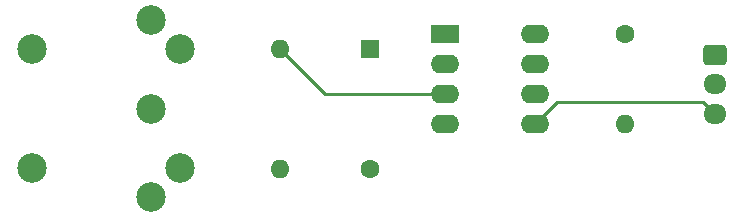
<source format=gbr>
%TF.GenerationSoftware,KiCad,Pcbnew,(6.0.1)*%
%TF.CreationDate,2022-02-12T00:31:54+11:00*%
%TF.ProjectId,VolcaModularMidi,566f6c63-614d-46f6-9475-6c61724d6964,rev?*%
%TF.SameCoordinates,Original*%
%TF.FileFunction,Copper,L2,Bot*%
%TF.FilePolarity,Positive*%
%FSLAX46Y46*%
G04 Gerber Fmt 4.6, Leading zero omitted, Abs format (unit mm)*
G04 Created by KiCad (PCBNEW (6.0.1)) date 2022-02-12 00:31:54*
%MOMM*%
%LPD*%
G01*
G04 APERTURE LIST*
G04 Aperture macros list*
%AMRoundRect*
0 Rectangle with rounded corners*
0 $1 Rounding radius*
0 $2 $3 $4 $5 $6 $7 $8 $9 X,Y pos of 4 corners*
0 Add a 4 corners polygon primitive as box body*
4,1,4,$2,$3,$4,$5,$6,$7,$8,$9,$2,$3,0*
0 Add four circle primitives for the rounded corners*
1,1,$1+$1,$2,$3*
1,1,$1+$1,$4,$5*
1,1,$1+$1,$6,$7*
1,1,$1+$1,$8,$9*
0 Add four rect primitives between the rounded corners*
20,1,$1+$1,$2,$3,$4,$5,0*
20,1,$1+$1,$4,$5,$6,$7,0*
20,1,$1+$1,$6,$7,$8,$9,0*
20,1,$1+$1,$8,$9,$2,$3,0*%
G04 Aperture macros list end*
%TA.AperFunction,ComponentPad*%
%ADD10C,1.600000*%
%TD*%
%TA.AperFunction,ComponentPad*%
%ADD11O,1.600000X1.600000*%
%TD*%
%TA.AperFunction,ComponentPad*%
%ADD12RoundRect,0.250000X-0.725000X0.600000X-0.725000X-0.600000X0.725000X-0.600000X0.725000X0.600000X0*%
%TD*%
%TA.AperFunction,ComponentPad*%
%ADD13O,1.950000X1.700000*%
%TD*%
%TA.AperFunction,WasherPad*%
%ADD14C,2.499360*%
%TD*%
%TA.AperFunction,ComponentPad*%
%ADD15C,2.499360*%
%TD*%
%TA.AperFunction,ComponentPad*%
%ADD16R,2.400000X1.600000*%
%TD*%
%TA.AperFunction,ComponentPad*%
%ADD17O,2.400000X1.600000*%
%TD*%
%TA.AperFunction,ComponentPad*%
%ADD18R,1.600000X1.600000*%
%TD*%
%TA.AperFunction,Conductor*%
%ADD19C,0.250000*%
%TD*%
G04 APERTURE END LIST*
D10*
%TO.P,R2,1*%
%TO.N,VCC*%
X129540000Y-64770000D03*
D11*
%TO.P,R2,2*%
%TO.N,RX*%
X129540000Y-72390000D03*
%TD*%
D12*
%TO.P,J1,1,Pin_1*%
%TO.N,VCC*%
X137160000Y-66580000D03*
D13*
%TO.P,J1,2,Pin_2*%
%TO.N,RX*%
X137160000Y-69080000D03*
%TO.P,J1,3,Pin_3*%
%TO.N,GND*%
X137160000Y-71580000D03*
%TD*%
D10*
%TO.P,R1,1*%
%TO.N,Net-(D1-Pad1)*%
X107950000Y-76200000D03*
D11*
%TO.P,R1,2*%
%TO.N,Net-(J2-Pad4)*%
X100330000Y-76200000D03*
%TD*%
D14*
%TO.P,J2,*%
%TO.N,*%
X79362300Y-66118740D03*
X79362300Y-76121260D03*
D15*
%TO.P,J2,1*%
%TO.N,unconnected-(J2-Pad1)*%
X89357200Y-78618080D03*
%TO.P,J2,2*%
%TO.N,unconnected-(J2-Pad2)*%
X89359740Y-71120000D03*
%TO.P,J2,3*%
%TO.N,unconnected-(J2-Pad3)*%
X89357200Y-63621920D03*
%TO.P,J2,4*%
%TO.N,Net-(J2-Pad4)*%
X91859100Y-76116180D03*
%TO.P,J2,5*%
%TO.N,Net-(D1-Pad2)*%
X91859100Y-66123820D03*
%TD*%
D16*
%TO.P,U1,1,NC*%
%TO.N,unconnected-(U1-Pad1)*%
X114300000Y-64780000D03*
D17*
%TO.P,U1,2,C1*%
%TO.N,Net-(D1-Pad1)*%
X114300000Y-67320000D03*
%TO.P,U1,3,C2*%
%TO.N,Net-(D1-Pad2)*%
X114300000Y-69860000D03*
%TO.P,U1,4,NC*%
%TO.N,unconnected-(U1-Pad4)*%
X114300000Y-72400000D03*
%TO.P,U1,5,GND*%
%TO.N,GND*%
X121920000Y-72400000D03*
%TO.P,U1,6,VO2*%
%TO.N,RX*%
X121920000Y-69860000D03*
%TO.P,U1,7,VO1*%
%TO.N,unconnected-(U1-Pad7)*%
X121920000Y-67320000D03*
%TO.P,U1,8,VCC*%
%TO.N,VCC*%
X121920000Y-64780000D03*
%TD*%
D18*
%TO.P,D1,1,K*%
%TO.N,Net-(D1-Pad1)*%
X107950000Y-66040000D03*
D11*
%TO.P,D1,2,A*%
%TO.N,Net-(D1-Pad2)*%
X100330000Y-66040000D03*
%TD*%
D19*
%TO.N,Net-(D1-Pad2)*%
X104150000Y-69860000D02*
X114300000Y-69860000D01*
X100330000Y-66040000D02*
X104150000Y-69860000D01*
%TO.N,GND*%
X136160000Y-70580000D02*
X137160000Y-71580000D01*
X123740000Y-70580000D02*
X136160000Y-70580000D01*
X121920000Y-72400000D02*
X123740000Y-70580000D01*
%TD*%
M02*

</source>
